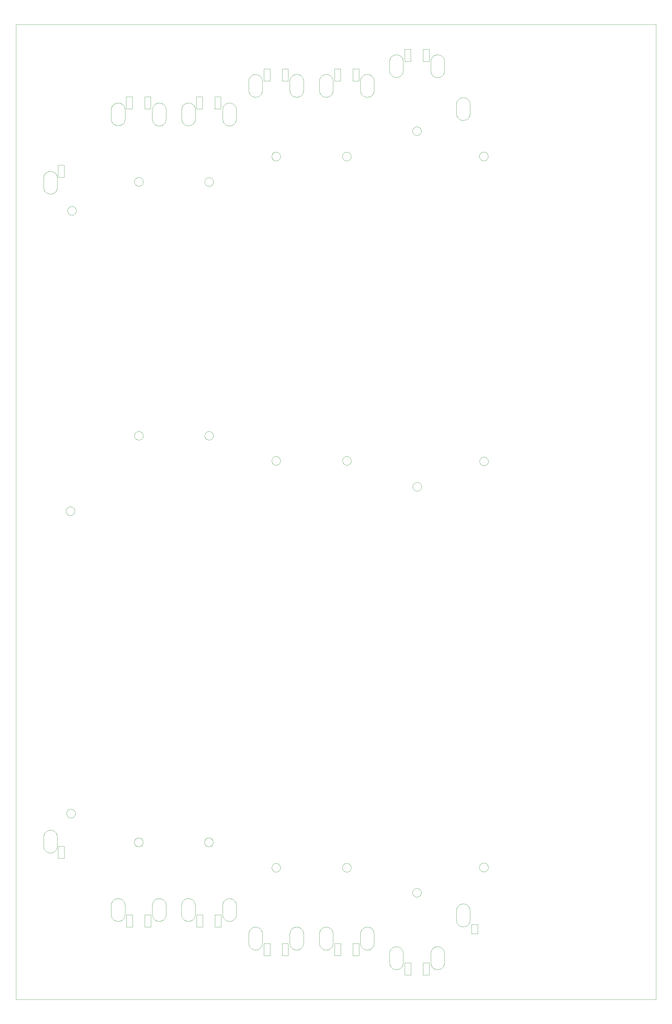
<source format=gbr>
G04 #@! TF.GenerationSoftware,KiCad,Pcbnew,(5.0.0-3-g5ebb6b6)*
G04 #@! TF.CreationDate,2019-02-23T00:38:08-08:00*
G04 #@! TF.ProjectId,PanelNoSeparation,50616E656C4E6F53657061726174696F,rev?*
G04 #@! TF.SameCoordinates,Original*
G04 #@! TF.FileFunction,Profile,NP*
%FSLAX45Y45*%
G04 Gerber Fmt 4.5, Leading zero omitted, Abs format (unit mm)*
G04 Created by KiCad (PCBNEW (5.0.0-3-g5ebb6b6)) date Saturday, February 23, 2019 at 12:38:08 AM*
%MOMM*%
%LPD*%
G01*
G04 APERTURE LIST*
%ADD10C,0.010000*%
G04 APERTURE END LIST*
D10*
X6303663Y-8564424D02*
X6271912Y-8518564D01*
X6261331Y-8462120D02*
X6271912Y-8405676D01*
X6508276Y-8564424D02*
X6462413Y-8596175D01*
X6349526Y-8596175D02*
X6303663Y-8564424D01*
X6462413Y-8596175D02*
X6405965Y-8606758D01*
X6540022Y-8518564D02*
X6508276Y-8564424D01*
X6462413Y-8328065D02*
X6508276Y-8359816D01*
X6271912Y-8405676D02*
X6303663Y-8359816D01*
X6349526Y-8328065D02*
X6405965Y-8317482D01*
X6271912Y-8518564D02*
X6261331Y-8462120D01*
X6540022Y-8405676D02*
X6550607Y-8462120D01*
X6405965Y-8606758D02*
X6349526Y-8596175D01*
X6550607Y-8462120D02*
X6540022Y-8518564D01*
X6508276Y-8359816D02*
X6540022Y-8405676D01*
X6303663Y-8359816D02*
X6349526Y-8328065D01*
X6405965Y-8317482D02*
X6462413Y-8328065D01*
X6411613Y-18451375D02*
X6355165Y-18461958D01*
X6457476Y-18419624D02*
X6411613Y-18451375D01*
X6489222Y-18373764D02*
X6457476Y-18419624D01*
X6499807Y-18317320D02*
X6489222Y-18373764D01*
X6489222Y-18260876D02*
X6499807Y-18317320D01*
X6457476Y-18215016D02*
X6489222Y-18260876D01*
X6411613Y-18183265D02*
X6457476Y-18215016D01*
X6355165Y-18172682D02*
X6411613Y-18183265D01*
X6298726Y-18183265D02*
X6355165Y-18172682D01*
X6252863Y-18215016D02*
X6298726Y-18183265D01*
X6221112Y-18260876D02*
X6252863Y-18215016D01*
X6210531Y-18317320D02*
X6221112Y-18260876D01*
X6221112Y-18373764D02*
X6210531Y-18317320D01*
X6252863Y-18419624D02*
X6221112Y-18373764D01*
X6298726Y-18451375D02*
X6252863Y-18419624D01*
X6355165Y-18461958D02*
X6298726Y-18451375D01*
X15224706Y-4199153D02*
X15027152Y-4199153D01*
X15827956Y-3800515D02*
X15827956Y-4199153D01*
X15626874Y-3800515D02*
X15827956Y-3800515D01*
X15626874Y-4199153D02*
X15626874Y-3800515D01*
X15827956Y-4199153D02*
X15626874Y-4199153D01*
X16325376Y-4506070D02*
X16314791Y-4576626D01*
X16325376Y-4206209D02*
X16325376Y-4506070D01*
X16314791Y-4135654D02*
X16325376Y-4206209D01*
X16283044Y-4072154D02*
X16314791Y-4135654D01*
X14681428Y-3991011D02*
X14751983Y-3980428D01*
X14617930Y-4022762D02*
X14681428Y-3991011D01*
X14568541Y-4072152D02*
X14617930Y-4022762D01*
X14536790Y-4135652D02*
X14568541Y-4072152D01*
X14526209Y-4206207D02*
X14536790Y-4135652D01*
X14526209Y-4506068D02*
X14526209Y-4206207D01*
X14536790Y-4576624D02*
X14526209Y-4506068D01*
X14568541Y-4640123D02*
X14536790Y-4576624D01*
X14617930Y-4689513D02*
X14568541Y-4640123D01*
X14681428Y-4721264D02*
X14617930Y-4689513D01*
X14751983Y-4731847D02*
X14681428Y-4721264D01*
X14822539Y-4721264D02*
X14751983Y-4731847D01*
X14886041Y-4689513D02*
X14822539Y-4721264D01*
X14935430Y-4640123D02*
X14886041Y-4689513D01*
X14967181Y-4576624D02*
X14935430Y-4640123D01*
X14977766Y-4506068D02*
X14967181Y-4576624D01*
X4574345Y-2347070D02*
X4574345Y-10482127D01*
X25575207Y-2347070D02*
X4574345Y-2347070D01*
X25575207Y-10482127D02*
X25575207Y-2347070D01*
X25575207Y-10880765D02*
X25575207Y-10482127D01*
X25575207Y-18151514D02*
X25575207Y-10880765D01*
X25575207Y-18550153D02*
X25575207Y-18151514D01*
X25575207Y-34347541D02*
X25575207Y-18550153D01*
X4574345Y-34347541D02*
X25575207Y-34347541D01*
X4574345Y-26214013D02*
X4574345Y-34347541D01*
X4571386Y-26214013D02*
X4574345Y-26214013D01*
X4571386Y-25815375D02*
X4571386Y-26214013D01*
X4574345Y-25815375D02*
X4571386Y-25815375D01*
X4574345Y-18550153D02*
X4574345Y-25815375D01*
X4574345Y-18151514D02*
X4574345Y-18550153D01*
X4574345Y-10880765D02*
X4574345Y-18151514D01*
X4574345Y-10482127D02*
X4574345Y-10880765D01*
X15369349Y-6545125D02*
X15425792Y-6534543D01*
X15323490Y-6576876D02*
X15369349Y-6545125D01*
X15291735Y-6622737D02*
X15323490Y-6576876D01*
X15281154Y-6679181D02*
X15291735Y-6622737D01*
X15291735Y-6735624D02*
X15281154Y-6679181D01*
X15323490Y-6781485D02*
X15291735Y-6735624D01*
X15369349Y-6813236D02*
X15323490Y-6781485D01*
X15425792Y-6823819D02*
X15369349Y-6813236D01*
X15482236Y-6813236D02*
X15425792Y-6823819D01*
X15528094Y-6781485D02*
X15482236Y-6813236D01*
X15559850Y-6735624D02*
X15528094Y-6781485D01*
X15570430Y-6679181D02*
X15559850Y-6735624D01*
X15559850Y-6622737D02*
X15570430Y-6679181D01*
X15528094Y-6576876D02*
X15559850Y-6622737D01*
X15482236Y-6545125D02*
X15528094Y-6576876D01*
X15425792Y-6534543D02*
X15482236Y-6545125D01*
X15224706Y-3800515D02*
X15224706Y-4199153D01*
X15027152Y-3800515D02*
X15224706Y-3800515D01*
X15027152Y-4199153D02*
X15027152Y-3800515D01*
X14977766Y-4206207D02*
X14977766Y-4506068D01*
X14967181Y-4135652D02*
X14977766Y-4206207D01*
X14935430Y-4072152D02*
X14967181Y-4135652D01*
X14886041Y-4022762D02*
X14935430Y-4072152D01*
X14822539Y-3991011D02*
X14886041Y-4022762D01*
X14751983Y-3980428D02*
X14822539Y-3991011D01*
X16233650Y-4022764D02*
X16283044Y-4072154D01*
X16170153Y-3991013D02*
X16233650Y-4022764D01*
X16099597Y-3980431D02*
X16170153Y-3991013D01*
X16029042Y-3991013D02*
X16099597Y-3980431D01*
X15965544Y-4022764D02*
X16029042Y-3991013D01*
X15916150Y-4072154D02*
X15965544Y-4022764D01*
X15884403Y-4135654D02*
X15916150Y-4072154D01*
X15873818Y-4206209D02*
X15884403Y-4135654D01*
X15873818Y-4506070D02*
X15873818Y-4206209D01*
X15884403Y-4576626D02*
X15873818Y-4506070D01*
X15916150Y-4640126D02*
X15884403Y-4576626D01*
X15965544Y-4689515D02*
X15916150Y-4640126D01*
X16029042Y-4721266D02*
X15965544Y-4689515D01*
X16099597Y-4731849D02*
X16029042Y-4721266D01*
X16170153Y-4721266D02*
X16099597Y-4731849D01*
X16233650Y-4689515D02*
X16170153Y-4721266D01*
X16283044Y-4640126D02*
X16233650Y-4689515D01*
X16314791Y-4576626D02*
X16283044Y-4640126D01*
X18406765Y-4089795D02*
X18336209Y-4079212D01*
X18477320Y-4079212D02*
X18406765Y-4089795D01*
X18540818Y-4047461D02*
X18477320Y-4079212D01*
X18590207Y-3998072D02*
X18540818Y-4047461D01*
X18621958Y-3934572D02*
X18590207Y-3998072D01*
X18632539Y-3864017D02*
X18621958Y-3934572D01*
X18632539Y-3564155D02*
X18632539Y-3864017D01*
X18621958Y-3493600D02*
X18632539Y-3564155D01*
X18590207Y-3430100D02*
X18621958Y-3493600D01*
X18540818Y-3380711D02*
X18590207Y-3430100D01*
X18477320Y-3348960D02*
X18540818Y-3380711D01*
X18406765Y-3338377D02*
X18477320Y-3348960D01*
X18336209Y-3348960D02*
X18406765Y-3338377D01*
X18272707Y-3380711D02*
X18336209Y-3348960D01*
X18223318Y-3430100D02*
X18272707Y-3380711D01*
X18191567Y-3493600D02*
X18223318Y-3430100D01*
X18180982Y-3564155D02*
X18191567Y-3493600D01*
X18180982Y-3864017D02*
X18180982Y-3564155D01*
X18191567Y-3934572D02*
X18180982Y-3864017D01*
X18223318Y-3998072D02*
X18191567Y-3934572D01*
X18272707Y-4047461D02*
X18223318Y-3998072D01*
X18336209Y-4079212D02*
X18272707Y-4047461D01*
X17055624Y-3334846D02*
X17126180Y-3345428D01*
X16985069Y-3345428D02*
X17055624Y-3334846D01*
X16921567Y-3377179D02*
X16985069Y-3345428D01*
X16872181Y-3426569D02*
X16921567Y-3377179D01*
X16840426Y-3490069D02*
X16872181Y-3426569D01*
X16829845Y-3560624D02*
X16840426Y-3490069D01*
X16829845Y-3860485D02*
X16829845Y-3560624D01*
X16840426Y-3931041D02*
X16829845Y-3860485D01*
X16872181Y-3994540D02*
X16840426Y-3931041D01*
X16921567Y-4043930D02*
X16872181Y-3994540D01*
X16985069Y-4075681D02*
X16921567Y-4043930D01*
X17055624Y-4086264D02*
X16985069Y-4075681D01*
X17126180Y-4075681D02*
X17055624Y-4086264D01*
X17189681Y-4043930D02*
X17126180Y-4075681D01*
X17239067Y-3994540D02*
X17189681Y-4043930D01*
X17270822Y-3931041D02*
X17239067Y-3994540D01*
X17281403Y-3860485D02*
X17270822Y-3931041D01*
X17281403Y-3560624D02*
X17281403Y-3860485D01*
X17270822Y-3490069D02*
X17281403Y-3560624D01*
X17239067Y-3426569D02*
X17270822Y-3490069D01*
X17189681Y-3377179D02*
X17239067Y-3426569D01*
X17126180Y-3345428D02*
X17189681Y-3377179D01*
X17930515Y-3557097D02*
X17930515Y-3158459D01*
X18131596Y-3557097D02*
X17930515Y-3557097D01*
X18131596Y-3158459D02*
X18131596Y-3557097D01*
X17930515Y-3158459D02*
X18131596Y-3158459D01*
X17330792Y-3158459D02*
X17528347Y-3158459D01*
X17330792Y-3557097D02*
X17330792Y-3158459D01*
X17531874Y-3557097D02*
X17330792Y-3557097D01*
X17531874Y-3507710D02*
X17531874Y-3557097D01*
X17528347Y-3507710D02*
X17531874Y-3507710D01*
X17528347Y-3158459D02*
X17528347Y-3507710D01*
X17785872Y-5977152D02*
X17729433Y-5987735D01*
X17831735Y-5945401D02*
X17785872Y-5977152D01*
X17863486Y-5899540D02*
X17831735Y-5945401D01*
X17874067Y-5843097D02*
X17863486Y-5899540D01*
X17863486Y-5786653D02*
X17874067Y-5843097D01*
X17831735Y-5740793D02*
X17863486Y-5786653D01*
X17785872Y-5709042D02*
X17831735Y-5740793D01*
X17729433Y-5698459D02*
X17785872Y-5709042D01*
X17672985Y-5709042D02*
X17729433Y-5698459D01*
X17627127Y-5740793D02*
X17672985Y-5709042D01*
X17595376Y-5786653D02*
X17627127Y-5740793D01*
X17584791Y-5843097D02*
X17595376Y-5786653D01*
X17595376Y-5899540D02*
X17584791Y-5843097D01*
X17627127Y-5945401D02*
X17595376Y-5899540D01*
X17672985Y-5977152D02*
X17627127Y-5945401D01*
X17729433Y-5987735D02*
X17672985Y-5977152D01*
X17055624Y-32608347D02*
X17126180Y-32618930D01*
X16985069Y-32618930D02*
X17055624Y-32608347D01*
X16921567Y-32650681D02*
X16985069Y-32618930D01*
X16872181Y-32700069D02*
X16921567Y-32650681D01*
X16840426Y-32763570D02*
X16872181Y-32700069D01*
X16829845Y-32834126D02*
X16840426Y-32763570D01*
X16829845Y-33133987D02*
X16829845Y-32834126D01*
X16840426Y-33204543D02*
X16829845Y-33133987D01*
X16872181Y-33268042D02*
X16840426Y-33204543D01*
X16921567Y-33317430D02*
X16872181Y-33268042D01*
X16985069Y-33349181D02*
X16921567Y-33317430D01*
X17055624Y-33359763D02*
X16985069Y-33349181D01*
X17126180Y-33349181D02*
X17055624Y-33359763D01*
X17189681Y-33317430D02*
X17126180Y-33349181D01*
X17239067Y-33268042D02*
X17189681Y-33317430D01*
X17270822Y-33204543D02*
X17239067Y-33268042D01*
X17281403Y-33133987D02*
X17270822Y-33204543D01*
X17281403Y-32834126D02*
X17281403Y-33133987D01*
X17270822Y-32763570D02*
X17281403Y-32834126D01*
X17239067Y-32700069D02*
X17270822Y-32763570D01*
X17189681Y-32650681D02*
X17239067Y-32700069D01*
X17126180Y-32618930D02*
X17189681Y-32650681D01*
X18406765Y-33359763D02*
X18336209Y-33349181D01*
X18477320Y-33349181D02*
X18406765Y-33359763D01*
X18540818Y-33317430D02*
X18477320Y-33349181D01*
X18590207Y-33268042D02*
X18540818Y-33317430D01*
X18621958Y-33204543D02*
X18590207Y-33268042D01*
X18632539Y-33133987D02*
X18621958Y-33204543D01*
X18632539Y-32834126D02*
X18632539Y-33133987D01*
X18621958Y-32763570D02*
X18632539Y-32834126D01*
X18590207Y-32700069D02*
X18621958Y-32763570D01*
X18540818Y-32650681D02*
X18590207Y-32700069D01*
X18477320Y-32618930D02*
X18540818Y-32650681D01*
X18406765Y-32608347D02*
X18477320Y-32618930D01*
X18336209Y-32618930D02*
X18406765Y-32608347D01*
X18272707Y-32650681D02*
X18336209Y-32618930D01*
X18223318Y-32700069D02*
X18272707Y-32650681D01*
X18191567Y-32763570D02*
X18223318Y-32700069D01*
X18180982Y-32834126D02*
X18191567Y-32763570D01*
X18180982Y-33133987D02*
X18180982Y-32834126D01*
X18191567Y-33204543D02*
X18180982Y-33133987D01*
X18223318Y-33268042D02*
X18191567Y-33204543D01*
X18272707Y-33317430D02*
X18223318Y-33268042D01*
X18336209Y-33349181D02*
X18272707Y-33317430D01*
X17531874Y-33141041D02*
X17531874Y-33539681D01*
X17330792Y-33141041D02*
X17531874Y-33141041D01*
X17330792Y-33539681D02*
X17330792Y-33141041D01*
X17531874Y-33539681D02*
X17330792Y-33539681D01*
X18131596Y-33539681D02*
X17934046Y-33539681D01*
X18131596Y-33141041D02*
X18131596Y-33539681D01*
X17930515Y-33141041D02*
X18131596Y-33141041D01*
X17930515Y-33186904D02*
X17930515Y-33141041D01*
X17934046Y-33186904D02*
X17930515Y-33186904D01*
X17934046Y-33539681D02*
X17934046Y-33186904D01*
X17672985Y-30706874D02*
X17729433Y-30696291D01*
X17627127Y-30738625D02*
X17672985Y-30706874D01*
X17595376Y-30784486D02*
X17627127Y-30738625D01*
X17584791Y-30840931D02*
X17595376Y-30784486D01*
X17595376Y-30897375D02*
X17584791Y-30840931D01*
X17627127Y-30943236D02*
X17595376Y-30897375D01*
X17672985Y-30974987D02*
X17627127Y-30943236D01*
X17729433Y-30985569D02*
X17672985Y-30974987D01*
X17785872Y-30974987D02*
X17729433Y-30985569D01*
X17831735Y-30943236D02*
X17785872Y-30974987D01*
X17863486Y-30897375D02*
X17831735Y-30943236D01*
X17874067Y-30840931D02*
X17863486Y-30897375D01*
X17863486Y-30784486D02*
X17874067Y-30840931D01*
X17831735Y-30738625D02*
X17863486Y-30784486D01*
X17785872Y-30706874D02*
X17831735Y-30738625D01*
X17729433Y-30696291D02*
X17785872Y-30706874D01*
X14751983Y-31966291D02*
X14822539Y-31976874D01*
X14681428Y-31976874D02*
X14751983Y-31966291D01*
X14617930Y-32008625D02*
X14681428Y-31976874D01*
X14568541Y-32058013D02*
X14617930Y-32008625D01*
X14536790Y-32121514D02*
X14568541Y-32058013D01*
X14526209Y-32192070D02*
X14536790Y-32121514D01*
X14526209Y-32491931D02*
X14526209Y-32192070D01*
X14536790Y-32562487D02*
X14526209Y-32491931D01*
X14568541Y-32625986D02*
X14536790Y-32562487D01*
X14617930Y-32675374D02*
X14568541Y-32625986D01*
X14681428Y-32707125D02*
X14617930Y-32675374D01*
X14751983Y-32717708D02*
X14681428Y-32707125D01*
X14822539Y-32707125D02*
X14751983Y-32717708D01*
X14886041Y-32675374D02*
X14822539Y-32707125D01*
X14935430Y-32625986D02*
X14886041Y-32675374D01*
X14967181Y-32562487D02*
X14935430Y-32625986D01*
X14977766Y-32491931D02*
X14967181Y-32562487D01*
X14977766Y-32192070D02*
X14977766Y-32491931D01*
X14967181Y-32121514D02*
X14977766Y-32192070D01*
X14935430Y-32058013D02*
X14967181Y-32121514D01*
X14886041Y-32008625D02*
X14935430Y-32058013D01*
X14822539Y-31976874D02*
X14886041Y-32008625D01*
X16099597Y-32717708D02*
X16029042Y-32707125D01*
X16170153Y-32707125D02*
X16099597Y-32717708D01*
X16233650Y-32675374D02*
X16170153Y-32707125D01*
X16283044Y-32625986D02*
X16233650Y-32675374D01*
X16314791Y-32562487D02*
X16283044Y-32625986D01*
X16325376Y-32491931D02*
X16314791Y-32562487D01*
X16325376Y-32192070D02*
X16325376Y-32491931D01*
X16314791Y-32121514D02*
X16325376Y-32192070D01*
X16283044Y-32058013D02*
X16314791Y-32121514D01*
X16233650Y-32008625D02*
X16283044Y-32058013D01*
X16170153Y-31976874D02*
X16233650Y-32008625D01*
X16099597Y-31966291D02*
X16170153Y-31976874D01*
X16029042Y-31976874D02*
X16099597Y-31966291D01*
X15965544Y-32008625D02*
X16029042Y-31976874D01*
X15916150Y-32058013D02*
X15965544Y-32008625D01*
X15884403Y-32121514D02*
X15916150Y-32058013D01*
X15873818Y-32192070D02*
X15884403Y-32121514D01*
X15873818Y-32491931D02*
X15873818Y-32192070D01*
X15884403Y-32562487D02*
X15873818Y-32491931D01*
X15916150Y-32625986D02*
X15884403Y-32562487D01*
X15965544Y-32675374D02*
X15916150Y-32625986D01*
X16029042Y-32707125D02*
X15965544Y-32675374D01*
X15027152Y-32506041D02*
X15228233Y-32506041D01*
X15027152Y-32904681D02*
X15027152Y-32506041D01*
X15228233Y-32904681D02*
X15027152Y-32904681D01*
X15228233Y-32506041D02*
X15228233Y-32904681D01*
X15827956Y-32904681D02*
X15626874Y-32904681D01*
X15827956Y-32506041D02*
X15827956Y-32904681D01*
X15626874Y-32506041D02*
X15827956Y-32506041D01*
X15626874Y-32904681D02*
X15626874Y-32506041D01*
X15369349Y-29881375D02*
X15425792Y-29870793D01*
X15323490Y-29913124D02*
X15369349Y-29881375D01*
X15291735Y-29958985D02*
X15323490Y-29913124D01*
X15281154Y-30015431D02*
X15291735Y-29958985D01*
X15291735Y-30071874D02*
X15281154Y-30015431D01*
X15323490Y-30117735D02*
X15291735Y-30071874D01*
X15369349Y-30149486D02*
X15323490Y-30117735D01*
X15425792Y-30160069D02*
X15369349Y-30149486D01*
X15482236Y-30149486D02*
X15425792Y-30160069D01*
X15528094Y-30117735D02*
X15482236Y-30149486D01*
X15559850Y-30071874D02*
X15528094Y-30117735D01*
X15570430Y-30015431D02*
X15559850Y-30071874D01*
X15559850Y-29958985D02*
X15570430Y-30015431D01*
X15528094Y-29913124D02*
X15559850Y-29958985D01*
X15482236Y-29881375D02*
X15528094Y-29913124D01*
X15425792Y-29870793D02*
X15482236Y-29881375D01*
X12430704Y-31966291D02*
X12501259Y-31976874D01*
X12360148Y-31976874D02*
X12430704Y-31966291D01*
X12296651Y-32008625D02*
X12360148Y-31976874D01*
X12247261Y-32058013D02*
X12296651Y-32008625D01*
X12215515Y-32121514D02*
X12247261Y-32058013D01*
X12204930Y-32192070D02*
X12215515Y-32121514D01*
X12204930Y-32491931D02*
X12204930Y-32192070D01*
X12215515Y-32562487D02*
X12204930Y-32491931D01*
X12247261Y-32625986D02*
X12215515Y-32562487D01*
X12296651Y-32675374D02*
X12247261Y-32625986D01*
X12360148Y-32707125D02*
X12296651Y-32675374D01*
X12430704Y-32717708D02*
X12360148Y-32707125D01*
X12501259Y-32707125D02*
X12430704Y-32717708D01*
X12564761Y-32675374D02*
X12501259Y-32707125D01*
X12614151Y-32625986D02*
X12564761Y-32675374D01*
X12645902Y-32562487D02*
X12614151Y-32625986D01*
X12656482Y-32491931D02*
X12645902Y-32562487D01*
X12656482Y-32192070D02*
X12656482Y-32491931D01*
X12645902Y-32121514D02*
X12656482Y-32192070D01*
X12614151Y-32058013D02*
X12645902Y-32121514D01*
X12564761Y-32008625D02*
X12614151Y-32058013D01*
X12501259Y-31976874D02*
X12564761Y-32008625D01*
X13781844Y-32717708D02*
X13711289Y-32707125D01*
X13852400Y-32707125D02*
X13781844Y-32717708D01*
X13915902Y-32675374D02*
X13852400Y-32707125D01*
X13965287Y-32625986D02*
X13915902Y-32675374D01*
X13997042Y-32562487D02*
X13965287Y-32625986D01*
X14007623Y-32491931D02*
X13997042Y-32562487D01*
X14007623Y-32192070D02*
X14007623Y-32491931D01*
X13997042Y-32121514D02*
X14007623Y-32192070D01*
X13965287Y-32058013D02*
X13997042Y-32121514D01*
X13915902Y-32008625D02*
X13965287Y-32058013D01*
X13852400Y-31976874D02*
X13915902Y-32008625D01*
X13781844Y-31966291D02*
X13852400Y-31976874D01*
X13711289Y-31976874D02*
X13781844Y-31966291D01*
X13647792Y-32008625D02*
X13711289Y-31976874D01*
X13598402Y-32058013D02*
X13647792Y-32008625D01*
X13566655Y-32121514D02*
X13598402Y-32058013D01*
X13556070Y-32192070D02*
X13566655Y-32121514D01*
X13556070Y-32491931D02*
X13556070Y-32192070D01*
X13566655Y-32562487D02*
X13556070Y-32491931D01*
X13598402Y-32625986D02*
X13566655Y-32562487D01*
X13647792Y-32675374D02*
X13598402Y-32625986D01*
X13711289Y-32707125D02*
X13647792Y-32675374D01*
X12906958Y-32506041D02*
X12906958Y-32904681D01*
X12705872Y-32506041D02*
X12906958Y-32506041D01*
X12705872Y-32904681D02*
X12705872Y-32506041D01*
X12906958Y-32904681D02*
X12705872Y-32904681D01*
X13506676Y-32904681D02*
X13309126Y-32904681D01*
X13506676Y-32506041D02*
X13506676Y-32904681D01*
X13309126Y-32506041D02*
X13506676Y-32506041D01*
X13309126Y-32904681D02*
X13309126Y-32506041D01*
X13051596Y-29881375D02*
X13108040Y-29870793D01*
X13005733Y-29913124D02*
X13051596Y-29881375D01*
X12973987Y-29958985D02*
X13005733Y-29913124D01*
X12963402Y-30015431D02*
X12973987Y-29958985D01*
X12973987Y-30071874D02*
X12963402Y-30015431D01*
X13005733Y-30117735D02*
X12973987Y-30071874D01*
X13051596Y-30149486D02*
X13005733Y-30117735D01*
X13108040Y-30160069D02*
X13051596Y-30149486D01*
X13164483Y-30149486D02*
X13108040Y-30160069D01*
X13210346Y-30117735D02*
X13164483Y-30149486D01*
X13242093Y-30071874D02*
X13210346Y-30117735D01*
X13252678Y-30015431D02*
X13242093Y-30071874D01*
X13242093Y-29958985D02*
X13252678Y-30015431D01*
X13210346Y-29913124D02*
X13242093Y-29958985D01*
X13164483Y-29881375D02*
X13210346Y-29913124D01*
X13108040Y-29870793D02*
X13164483Y-29881375D01*
X10225843Y-31027903D02*
X10296398Y-31038486D01*
X10155287Y-31038486D02*
X10225843Y-31027903D01*
X10091790Y-31070237D02*
X10155287Y-31038486D01*
X10042400Y-31119625D02*
X10091790Y-31070237D01*
X10010654Y-31183124D02*
X10042400Y-31119625D01*
X10000069Y-31253680D02*
X10010654Y-31183124D01*
X10000069Y-31553541D02*
X10000069Y-31253680D01*
X10010654Y-31624096D02*
X10000069Y-31553541D01*
X10042400Y-31687598D02*
X10010654Y-31624096D01*
X10091790Y-31736986D02*
X10042400Y-31687598D01*
X10155287Y-31768737D02*
X10091790Y-31736986D01*
X10225843Y-31779319D02*
X10155287Y-31768737D01*
X10296398Y-31768737D02*
X10225843Y-31779319D01*
X10359900Y-31736986D02*
X10296398Y-31768737D01*
X10409290Y-31687598D02*
X10359900Y-31736986D01*
X10441041Y-31624096D02*
X10409290Y-31687598D01*
X10451621Y-31553541D02*
X10441041Y-31624096D01*
X10451621Y-31253680D02*
X10451621Y-31553541D01*
X10441041Y-31183124D02*
X10451621Y-31253680D01*
X10409290Y-31119625D02*
X10441041Y-31183124D01*
X10359900Y-31070237D02*
X10409290Y-31119625D01*
X10296398Y-31038486D02*
X10359900Y-31070237D01*
X11576983Y-31779319D02*
X11506428Y-31768737D01*
X11647539Y-31768737D02*
X11576983Y-31779319D01*
X11711041Y-31736986D02*
X11647539Y-31768737D01*
X11760426Y-31687598D02*
X11711041Y-31736986D01*
X11792181Y-31624096D02*
X11760426Y-31687598D01*
X11802762Y-31553541D02*
X11792181Y-31624096D01*
X11802762Y-31253680D02*
X11802762Y-31553541D01*
X11792181Y-31183124D02*
X11802762Y-31253680D01*
X11760426Y-31119625D02*
X11792181Y-31183124D01*
X11711041Y-31070237D02*
X11760426Y-31119625D01*
X11647539Y-31038486D02*
X11711041Y-31070237D01*
X11576983Y-31027903D02*
X11647539Y-31038486D01*
X11506428Y-31038486D02*
X11576983Y-31027903D01*
X11442930Y-31070237D02*
X11506428Y-31038486D01*
X11393541Y-31119625D02*
X11442930Y-31070237D01*
X11361794Y-31183124D02*
X11393541Y-31119625D01*
X11351209Y-31253680D02*
X11361794Y-31183124D01*
X11351209Y-31553541D02*
X11351209Y-31253680D01*
X11361794Y-31624096D02*
X11351209Y-31553541D01*
X11393541Y-31687598D02*
X11361794Y-31624096D01*
X11442930Y-31736986D02*
X11393541Y-31687598D01*
X11506428Y-31768737D02*
X11442930Y-31736986D01*
X10702097Y-31592348D02*
X10702097Y-31966291D01*
X10702097Y-31567653D02*
X10702097Y-31592348D01*
X10501011Y-31567653D02*
X10702097Y-31567653D01*
X10501011Y-31966291D02*
X10501011Y-31567653D01*
X10702097Y-31966291D02*
X10501011Y-31966291D01*
X11301815Y-31966291D02*
X11100733Y-31966291D01*
X11301815Y-31567653D02*
X11301815Y-31966291D01*
X11100733Y-31567653D02*
X11301815Y-31567653D01*
X11100733Y-31592348D02*
X11100733Y-31567653D01*
X11100733Y-31592348D02*
X11100733Y-31592348D01*
X11100733Y-31966291D02*
X11100733Y-31592348D01*
X10843204Y-29048819D02*
X10899652Y-29038236D01*
X10797345Y-29080569D02*
X10843204Y-29048819D01*
X10765595Y-29126430D02*
X10797345Y-29080569D01*
X10755014Y-29182874D02*
X10765595Y-29126430D01*
X10765595Y-29239319D02*
X10755014Y-29182874D01*
X10797345Y-29285180D02*
X10765595Y-29239319D01*
X10843204Y-29316929D02*
X10797345Y-29285180D01*
X10899652Y-29327512D02*
X10843204Y-29316929D01*
X10956095Y-29316929D02*
X10899652Y-29327512D01*
X11001954Y-29285180D02*
X10956095Y-29316929D01*
X11033709Y-29239319D02*
X11001954Y-29285180D01*
X11044290Y-29182874D02*
X11033709Y-29239319D01*
X11033709Y-29126430D02*
X11044290Y-29182874D01*
X11001954Y-29080569D02*
X11033709Y-29126430D01*
X10956095Y-29048819D02*
X11001954Y-29080569D01*
X10899652Y-29038236D02*
X10956095Y-29048819D01*
X7922206Y-31027903D02*
X7992762Y-31038486D01*
X7851651Y-31038486D02*
X7922206Y-31027903D01*
X7788153Y-31070237D02*
X7851651Y-31038486D01*
X7738764Y-31119625D02*
X7788153Y-31070237D01*
X7707013Y-31183124D02*
X7738764Y-31119625D01*
X7696428Y-31253680D02*
X7707013Y-31183124D01*
X7696428Y-31553541D02*
X7696428Y-31253680D01*
X7707013Y-31624096D02*
X7696428Y-31553541D01*
X7738764Y-31687598D02*
X7707013Y-31624096D01*
X7788153Y-31736986D02*
X7738764Y-31687598D01*
X7851651Y-31768737D02*
X7788153Y-31736986D01*
X7922206Y-31779319D02*
X7851651Y-31768737D01*
X7992762Y-31768737D02*
X7922206Y-31779319D01*
X8056259Y-31736986D02*
X7992762Y-31768737D01*
X8105653Y-31687598D02*
X8056259Y-31736986D01*
X8137400Y-31624096D02*
X8105653Y-31687598D01*
X8147985Y-31553541D02*
X8137400Y-31624096D01*
X8147985Y-31253680D02*
X8147985Y-31553541D01*
X8137400Y-31183124D02*
X8147985Y-31253680D01*
X8105653Y-31119625D02*
X8137400Y-31183124D01*
X8056259Y-31070237D02*
X8105653Y-31119625D01*
X7992762Y-31038486D02*
X8056259Y-31070237D01*
X9269820Y-31779319D02*
X9199265Y-31768737D01*
X9340376Y-31768737D02*
X9269820Y-31779319D01*
X9403873Y-31736986D02*
X9340376Y-31768737D01*
X9453263Y-31687598D02*
X9403873Y-31736986D01*
X9485010Y-31624096D02*
X9453263Y-31687598D01*
X9495595Y-31553541D02*
X9485010Y-31624096D01*
X9495595Y-31253680D02*
X9495595Y-31553541D01*
X9485010Y-31183124D02*
X9495595Y-31253680D01*
X9453263Y-31119625D02*
X9485010Y-31183124D01*
X9403873Y-31070237D02*
X9453263Y-31119625D01*
X9340376Y-31038486D02*
X9403873Y-31070237D01*
X9269820Y-31027903D02*
X9340376Y-31038486D01*
X9199265Y-31038486D02*
X9269820Y-31027903D01*
X9135763Y-31070237D02*
X9199265Y-31038486D01*
X9086373Y-31119625D02*
X9135763Y-31070237D01*
X9054622Y-31183124D02*
X9086373Y-31119625D01*
X9044042Y-31253680D02*
X9054622Y-31183124D01*
X9044042Y-31553541D02*
X9044042Y-31253680D01*
X9054622Y-31624096D02*
X9044042Y-31553541D01*
X9086373Y-31687598D02*
X9054622Y-31624096D01*
X9135763Y-31736986D02*
X9086373Y-31687598D01*
X9199265Y-31768737D02*
X9135763Y-31736986D01*
X8197371Y-31567653D02*
X8394930Y-31567653D01*
X8197371Y-31966291D02*
X8197371Y-31567653D01*
X8394930Y-31966291D02*
X8197371Y-31966291D01*
X8394930Y-31567653D02*
X8394930Y-31966291D01*
X8998179Y-31966291D02*
X8797097Y-31966291D01*
X8998179Y-31567653D02*
X8998179Y-31966291D01*
X8797097Y-31567653D02*
X8998179Y-31567653D01*
X8797097Y-31966291D02*
X8797097Y-31567653D01*
X8539568Y-29048819D02*
X8596011Y-29038236D01*
X8493709Y-29080569D02*
X8539568Y-29048819D01*
X8461954Y-29126430D02*
X8493709Y-29080569D01*
X8451373Y-29182874D02*
X8461954Y-29126430D01*
X8461954Y-29239319D02*
X8451373Y-29182874D01*
X8493709Y-29285180D02*
X8461954Y-29239319D01*
X8539568Y-29316929D02*
X8493709Y-29285180D01*
X8596011Y-29327512D02*
X8539568Y-29316929D01*
X8652459Y-29316929D02*
X8596011Y-29327512D01*
X8698318Y-29285180D02*
X8652459Y-29316929D01*
X8730069Y-29239319D02*
X8698318Y-29285180D01*
X8740649Y-29182874D02*
X8730069Y-29239319D01*
X8730069Y-29126430D02*
X8740649Y-29182874D01*
X8698318Y-29080569D02*
X8730069Y-29126430D01*
X8652459Y-29048819D02*
X8698318Y-29080569D01*
X8596011Y-29038236D02*
X8652459Y-29048819D01*
X5925485Y-29309875D02*
X5914900Y-29380431D01*
X5925485Y-29010014D02*
X5925485Y-29309875D01*
X5914900Y-28939458D02*
X5925485Y-29010014D01*
X5883153Y-28875959D02*
X5914900Y-28939458D01*
X5833759Y-28826569D02*
X5883153Y-28875959D01*
X5770262Y-28794820D02*
X5833759Y-28826569D01*
X5699706Y-28784237D02*
X5770262Y-28794820D01*
X5629151Y-28794820D02*
X5699706Y-28784237D01*
X5565654Y-28826569D02*
X5629151Y-28794820D01*
X5516264Y-28875959D02*
X5565654Y-28826569D01*
X5484513Y-28939458D02*
X5516264Y-28875959D01*
X5473928Y-29010014D02*
X5484513Y-28939458D01*
X5473928Y-29309875D02*
X5473928Y-29010014D01*
X5484513Y-29380431D02*
X5473928Y-29309875D01*
X5516264Y-29443930D02*
X5484513Y-29380431D01*
X5565654Y-29493318D02*
X5516264Y-29443930D01*
X5629151Y-29525069D02*
X5565654Y-29493318D01*
X5699706Y-29535652D02*
X5629151Y-29525069D01*
X5770262Y-29525069D02*
X5699706Y-29535652D01*
X5833759Y-29493318D02*
X5770262Y-29525069D01*
X5883153Y-29443930D02*
X5833759Y-29493318D01*
X5914900Y-29380431D02*
X5883153Y-29443930D01*
X6154791Y-29313402D02*
X6154791Y-29712040D01*
X5953709Y-29313402D02*
X6154791Y-29313402D01*
X5953709Y-29712040D02*
X5953709Y-29313402D01*
X6154791Y-29712040D02*
X5953709Y-29712040D01*
X6317068Y-28103375D02*
X6373511Y-28092792D01*
X6271209Y-28135125D02*
X6317068Y-28103375D01*
X6239454Y-28180986D02*
X6271209Y-28135125D01*
X6228873Y-28237430D02*
X6239454Y-28180986D01*
X6239454Y-28293875D02*
X6228873Y-28237430D01*
X6271209Y-28339736D02*
X6239454Y-28293875D01*
X6317068Y-28371485D02*
X6271209Y-28339736D01*
X6373511Y-28382068D02*
X6317068Y-28371485D01*
X6429959Y-28371485D02*
X6373511Y-28382068D01*
X6475818Y-28339736D02*
X6429959Y-28371485D01*
X6507568Y-28293875D02*
X6475818Y-28339736D01*
X6518149Y-28237430D02*
X6507568Y-28293875D01*
X6507568Y-28180986D02*
X6518149Y-28237430D01*
X6475818Y-28135125D02*
X6507568Y-28180986D01*
X6429959Y-28103375D02*
X6475818Y-28135125D01*
X6373511Y-28092792D02*
X6429959Y-28103375D01*
X13781844Y-4731849D02*
X13711289Y-4721266D01*
X13852400Y-4721266D02*
X13781844Y-4731849D01*
X19472152Y-31729930D02*
X19461567Y-31800485D01*
X19472152Y-31430069D02*
X19472152Y-31729930D01*
X19461567Y-31359513D02*
X19472152Y-31430069D01*
X19429820Y-31296013D02*
X19461567Y-31359513D01*
X19380426Y-31246626D02*
X19429820Y-31296013D01*
X19316929Y-31214875D02*
X19380426Y-31246626D01*
X19246373Y-31204292D02*
X19316929Y-31214875D01*
X19175818Y-31214875D02*
X19246373Y-31204292D01*
X19112320Y-31246626D02*
X19175818Y-31214875D01*
X19062926Y-31296013D02*
X19112320Y-31246626D01*
X5699711Y-7162487D02*
X5770266Y-7173069D01*
X5629155Y-7173069D02*
X5699711Y-7162487D01*
X5565654Y-7204820D02*
X5629155Y-7173069D01*
X5516264Y-7254210D02*
X5565654Y-7204820D01*
X5484513Y-7317710D02*
X5516264Y-7254210D01*
X5473932Y-7388265D02*
X5484513Y-7317710D01*
X5473932Y-7688126D02*
X5473932Y-7388265D01*
X5484513Y-7758682D02*
X5473932Y-7688126D01*
X5516264Y-7822181D02*
X5484513Y-7758682D01*
X5565654Y-7871571D02*
X5516264Y-7822181D01*
X5629155Y-7903322D02*
X5565654Y-7871571D01*
X5699711Y-7913905D02*
X5629155Y-7903322D01*
X5770266Y-7903322D02*
X5699711Y-7913905D01*
X5833764Y-7871571D02*
X5770266Y-7903322D01*
X5883153Y-7822181D02*
X5833764Y-7871571D01*
X5914900Y-7758682D02*
X5883153Y-7822181D01*
X5925485Y-7688126D02*
X5914900Y-7758682D01*
X5925485Y-7388265D02*
X5925485Y-7688126D01*
X5914900Y-7317710D02*
X5925485Y-7388265D01*
X5883153Y-7254210D02*
X5914900Y-7317710D01*
X5833764Y-7204820D02*
X5883153Y-7254210D01*
X5770266Y-7173069D02*
X5833764Y-7204820D01*
X8186790Y-4721264D02*
X8387876Y-4721264D01*
X8186790Y-5119902D02*
X8186790Y-4721264D01*
X8387876Y-5119902D02*
X8186790Y-5119902D01*
X8387876Y-4721264D02*
X8387876Y-5119902D01*
X8987598Y-5119902D02*
X8793570Y-5119902D01*
X8987598Y-4721264D02*
X8987598Y-5119902D01*
X8793570Y-4721264D02*
X8987598Y-4721264D01*
X8793570Y-5119902D02*
X8793570Y-4721264D01*
X8659513Y-7642263D02*
X8603065Y-7652846D01*
X8705376Y-7610513D02*
X8659513Y-7642263D01*
X8737122Y-7564652D02*
X8705376Y-7610513D01*
X8747707Y-7508208D02*
X8737122Y-7564652D01*
X8737122Y-7451765D02*
X8747707Y-7508208D01*
X8705376Y-7405904D02*
X8737122Y-7451765D01*
X8659513Y-7374153D02*
X8705376Y-7405904D01*
X8603065Y-7363570D02*
X8659513Y-7374153D01*
X8546626Y-7374153D02*
X8603065Y-7363570D01*
X8500763Y-7405904D02*
X8546626Y-7374153D01*
X8469012Y-7451765D02*
X8500763Y-7405904D01*
X8458431Y-7508208D02*
X8469012Y-7451765D01*
X8469012Y-7564652D02*
X8458431Y-7508208D01*
X8500763Y-7610513D02*
X8469012Y-7564652D01*
X8546626Y-7642263D02*
X8500763Y-7610513D01*
X8603065Y-7652846D02*
X8546626Y-7642263D01*
X19175818Y-31945125D02*
X19112320Y-31913375D01*
X19246373Y-31955708D02*
X19175818Y-31945125D01*
X19031180Y-31359513D02*
X19062926Y-31296013D01*
X19020595Y-31430069D02*
X19031180Y-31359513D01*
X19020595Y-31729930D02*
X19020595Y-31430069D01*
X19031180Y-31800485D02*
X19020595Y-31729930D01*
X19062926Y-31863987D02*
X19031180Y-31800485D01*
X19112320Y-31913375D02*
X19062926Y-31863987D01*
X10363431Y-5627903D02*
X10299930Y-5659654D01*
X10412817Y-5578514D02*
X10363431Y-5627903D01*
X10444568Y-5515014D02*
X10412817Y-5578514D01*
X10455148Y-5444458D02*
X10444568Y-5515014D01*
X10455148Y-5144597D02*
X10455148Y-5444458D01*
X10444568Y-5074042D02*
X10455148Y-5144597D01*
X10412817Y-5010542D02*
X10444568Y-5074042D01*
X10363431Y-4961152D02*
X10412817Y-5010542D01*
X10299930Y-4929402D02*
X10363431Y-4961152D01*
X9269820Y-5673766D02*
X9199265Y-5663183D01*
X9340376Y-5663183D02*
X9269820Y-5673766D01*
X9403873Y-5631432D02*
X9340376Y-5663183D01*
X9453263Y-5582043D02*
X9403873Y-5631432D01*
X9485010Y-5518543D02*
X9453263Y-5582043D01*
X9495595Y-5447988D02*
X9485010Y-5518543D01*
X19983680Y-30145959D02*
X19927232Y-30156542D01*
X20029538Y-30114208D02*
X19983680Y-30145959D01*
X20061289Y-30068347D02*
X20029538Y-30114208D01*
X20071874Y-30011904D02*
X20061289Y-30068347D01*
X20068343Y-29990736D02*
X20071874Y-30011904D01*
X20064820Y-29969570D02*
X20068343Y-29990736D01*
X20057762Y-29948402D02*
X20064820Y-29969570D01*
X20047181Y-29930763D02*
X20057762Y-29948402D01*
X20022484Y-29902541D02*
X20047181Y-29930763D01*
X19994265Y-29881375D02*
X20022484Y-29902541D01*
X19958987Y-29867263D02*
X19994265Y-29881375D01*
X19920178Y-29863737D02*
X19958987Y-29867263D01*
X19863739Y-29874319D02*
X19920178Y-29863737D01*
X19817876Y-29906068D02*
X19863739Y-29874319D01*
X19786125Y-29951929D02*
X19817876Y-29906068D01*
X19775544Y-30008375D02*
X19786125Y-29951929D01*
X19779067Y-30029540D02*
X19775544Y-30008375D01*
X19782598Y-30050708D02*
X19779067Y-30029540D01*
X19789652Y-30071874D02*
X19782598Y-30050708D01*
X19800237Y-30089513D02*
X19789652Y-30071874D01*
X19824930Y-30117735D02*
X19800237Y-30089513D01*
X19853154Y-30138903D02*
X19824930Y-30117735D01*
X19888431Y-30153013D02*
X19853154Y-30138903D01*
X19927232Y-30156542D02*
X19888431Y-30153013D01*
X19316929Y-31945125D02*
X19246373Y-31955708D01*
X19380426Y-31913375D02*
X19316929Y-31945125D01*
X19429820Y-31863987D02*
X19380426Y-31913375D01*
X19461567Y-31800485D02*
X19429820Y-31863987D01*
X7922206Y-4918819D02*
X7992762Y-4929402D01*
X7851651Y-4929402D02*
X7922206Y-4918819D01*
X7788153Y-4961152D02*
X7851651Y-4929402D01*
X7738764Y-5010542D02*
X7788153Y-4961152D01*
X7707013Y-5074042D02*
X7738764Y-5010542D01*
X7696428Y-5144597D02*
X7707013Y-5074042D01*
X7696428Y-5444458D02*
X7696428Y-5144597D01*
X7707013Y-5515014D02*
X7696428Y-5444458D01*
X7738764Y-5578514D02*
X7707013Y-5515014D01*
X7788153Y-5627903D02*
X7738764Y-5578514D01*
X7851651Y-5659654D02*
X7788153Y-5627903D01*
X7922206Y-5670237D02*
X7851651Y-5659654D01*
X7992762Y-5659654D02*
X7922206Y-5670237D01*
X8056259Y-5627903D02*
X7992762Y-5659654D01*
X8105653Y-5578514D02*
X8056259Y-5627903D01*
X8137400Y-5515014D02*
X8105653Y-5578514D01*
X8147985Y-5444458D02*
X8137400Y-5515014D01*
X8147985Y-5144597D02*
X8147985Y-5444458D01*
X8137400Y-5074042D02*
X8147985Y-5144597D01*
X8105653Y-5010542D02*
X8137400Y-5074042D01*
X8056259Y-4961152D02*
X8105653Y-5010542D01*
X7992762Y-4929402D02*
X8056259Y-4961152D01*
X13915902Y-4689515D02*
X13852400Y-4721266D01*
X13965287Y-4640126D02*
X13915902Y-4689515D01*
X13997042Y-4576626D02*
X13965287Y-4640126D01*
X14007623Y-4506070D02*
X13997042Y-4576626D01*
X14007623Y-4206209D02*
X14007623Y-4506070D01*
X19521537Y-32181487D02*
X19521537Y-31881626D01*
X19722623Y-32181487D02*
X19521537Y-32181487D01*
X19722623Y-31881626D02*
X19722623Y-32181487D01*
X19521537Y-31881626D02*
X19722623Y-31881626D01*
X19976626Y-6806180D02*
X19920178Y-6816763D01*
X20022484Y-6774429D02*
X19976626Y-6806180D01*
X20054235Y-6728568D02*
X20022484Y-6774429D01*
X20064820Y-6672125D02*
X20054235Y-6728568D01*
X20054235Y-6615681D02*
X20064820Y-6672125D01*
X20022484Y-6569820D02*
X20054235Y-6615681D01*
X19976626Y-6538069D02*
X20022484Y-6569820D01*
X19920178Y-6527487D02*
X19976626Y-6538069D01*
X19863739Y-6538069D02*
X19920178Y-6527487D01*
X19817876Y-6569820D02*
X19863739Y-6538069D01*
X19786125Y-6615681D02*
X19817876Y-6569820D01*
X19775544Y-6672125D02*
X19786125Y-6615681D01*
X19786125Y-6728568D02*
X19775544Y-6672125D01*
X9495595Y-5148126D02*
X9495595Y-5447988D01*
X9485010Y-5077571D02*
X9495595Y-5148126D01*
X9453263Y-5014071D02*
X9485010Y-5077571D01*
X9403873Y-4964682D02*
X9453263Y-5014071D01*
X9340376Y-4932931D02*
X9403873Y-4964682D01*
X9269820Y-4922348D02*
X9340376Y-4932931D01*
X9199265Y-4932931D02*
X9269820Y-4922348D01*
X9135763Y-4964682D02*
X9199265Y-4932931D01*
X9086373Y-5014071D02*
X9135763Y-4964682D01*
X9054622Y-5077571D02*
X9086373Y-5014071D01*
X9044042Y-5148126D02*
X9054622Y-5077571D01*
X9044042Y-5447988D02*
X9044042Y-5148126D01*
X9054622Y-5518543D02*
X9044042Y-5447988D01*
X9086373Y-5582043D02*
X9054622Y-5518543D01*
X9135763Y-5631432D02*
X9086373Y-5582043D01*
X9199265Y-5663183D02*
X9135763Y-5631432D01*
X19817876Y-6774429D02*
X19786125Y-6728568D01*
X19863739Y-6806180D02*
X19817876Y-6774429D01*
X19920178Y-6816763D02*
X19863739Y-6806180D01*
X5950178Y-6964932D02*
X6151259Y-6964932D01*
X5950178Y-7363570D02*
X5950178Y-6964932D01*
X6151259Y-7363570D02*
X5950178Y-7363570D01*
X6151259Y-6964932D02*
X6151259Y-7363570D01*
X13997042Y-4135654D02*
X14007623Y-4206209D01*
X13965287Y-4072154D02*
X13997042Y-4135654D01*
X13915902Y-4022764D02*
X13965287Y-4072154D01*
X13852400Y-3991013D02*
X13915902Y-4022764D01*
X13781844Y-3980431D02*
X13852400Y-3991013D01*
X13711289Y-3991013D02*
X13781844Y-3980431D01*
X13647792Y-4022764D02*
X13711289Y-3991013D01*
X13598402Y-4072154D02*
X13647792Y-4022764D01*
X13566655Y-4135654D02*
X13598402Y-4072154D01*
X13556070Y-4206209D02*
X13566655Y-4135654D01*
X13556070Y-4506070D02*
X13556070Y-4206209D01*
X13566655Y-4576626D02*
X13556070Y-4506070D01*
X13598402Y-4640126D02*
X13566655Y-4576626D01*
X13647792Y-4689515D02*
X13598402Y-4640126D01*
X13711289Y-4721266D02*
X13647792Y-4689515D01*
X12430704Y-3980428D02*
X12501259Y-3991011D01*
X12360148Y-3991011D02*
X12430704Y-3980428D01*
X12296651Y-4022762D02*
X12360148Y-3991011D01*
X12247261Y-4072152D02*
X12296651Y-4022762D01*
X12215515Y-4135652D02*
X12247261Y-4072152D01*
X12204930Y-4206207D02*
X12215515Y-4135652D01*
X12204930Y-4506068D02*
X12204930Y-4206207D01*
X12215515Y-4576624D02*
X12204930Y-4506068D01*
X12247261Y-4640123D02*
X12215515Y-4576624D01*
X12296651Y-4689513D02*
X12247261Y-4640123D01*
X12360148Y-4721264D02*
X12296651Y-4689513D01*
X12430704Y-4731847D02*
X12360148Y-4721264D01*
X12501259Y-4721264D02*
X12430704Y-4731847D01*
X12564761Y-4689513D02*
X12501259Y-4721264D01*
X12614151Y-4640123D02*
X12564761Y-4689513D01*
X12645902Y-4576624D02*
X12614151Y-4640123D01*
X12656482Y-4506068D02*
X12645902Y-4576624D01*
X12656482Y-4206207D02*
X12656482Y-4506068D01*
X12645902Y-4135652D02*
X12656482Y-4206207D01*
X12614151Y-4072152D02*
X12645902Y-4135652D01*
X12564761Y-4022762D02*
X12614151Y-4072152D01*
X12501259Y-3991011D02*
X12564761Y-4022762D01*
X13506676Y-4199153D02*
X13305594Y-4199153D01*
X13506676Y-3800515D02*
X13506676Y-4199153D01*
X13305594Y-3800515D02*
X13506676Y-3800515D01*
X13305594Y-4199153D02*
X13305594Y-3800515D01*
X12705872Y-3800515D02*
X12906954Y-3800515D01*
X12705872Y-4199153D02*
X12705872Y-3800515D01*
X12906954Y-4199153D02*
X12705872Y-4199153D01*
X12906954Y-3800515D02*
X12906954Y-4199153D01*
X13164483Y-6813236D02*
X13108040Y-6823819D01*
X13210346Y-6781485D02*
X13164483Y-6813236D01*
X13242093Y-6735624D02*
X13210346Y-6781485D01*
X13252678Y-6679181D02*
X13242093Y-6735624D01*
X13242093Y-6622737D02*
X13252678Y-6679181D01*
X13210346Y-6576876D02*
X13242093Y-6622737D01*
X13164483Y-6545125D02*
X13210346Y-6576876D01*
X13108040Y-6534543D02*
X13164483Y-6545125D01*
X13051596Y-6545125D02*
X13108040Y-6534543D01*
X13005733Y-6576876D02*
X13051596Y-6545125D01*
X12973987Y-6622737D02*
X13005733Y-6576876D01*
X12963402Y-6679181D02*
X12973987Y-6622737D01*
X12973987Y-6735624D02*
X12963402Y-6679181D01*
X13005733Y-6781485D02*
X12973987Y-6735624D01*
X13051596Y-6813236D02*
X13005733Y-6781485D01*
X13108040Y-6823819D02*
X13051596Y-6813236D01*
X15485763Y-16796847D02*
X15429319Y-16807430D01*
X15531626Y-16765096D02*
X15485763Y-16796847D01*
X15563372Y-16719235D02*
X15531626Y-16765096D01*
X15573957Y-16662792D02*
X15563372Y-16719235D01*
X15563372Y-16606348D02*
X15573957Y-16662792D01*
X15531626Y-16560487D02*
X15563372Y-16606348D01*
X15485763Y-16528737D02*
X15531626Y-16560487D01*
X15429319Y-16518154D02*
X15485763Y-16528737D01*
X15372876Y-16528737D02*
X15429319Y-16518154D01*
X15327013Y-16560487D02*
X15372876Y-16528737D01*
X15295266Y-16606348D02*
X15327013Y-16560487D01*
X15284681Y-16662792D02*
X15295266Y-16606348D01*
X15295266Y-16719235D02*
X15284681Y-16662792D01*
X15327013Y-16765096D02*
X15295266Y-16719235D01*
X15372876Y-16796847D02*
X15327013Y-16765096D01*
X15429319Y-16807430D02*
X15372876Y-16796847D01*
X17792930Y-17650570D02*
X17736487Y-17661152D01*
X17838789Y-17618819D02*
X17792930Y-17650570D01*
X17870544Y-17572958D02*
X17838789Y-17618819D01*
X17881125Y-17516514D02*
X17870544Y-17572958D01*
X17870544Y-17460071D02*
X17881125Y-17516514D01*
X17838789Y-17414210D02*
X17870544Y-17460071D01*
X17792930Y-17382459D02*
X17838789Y-17414210D01*
X17736487Y-17371876D02*
X17792930Y-17382459D01*
X17680043Y-17382459D02*
X17736487Y-17371876D01*
X17634185Y-17414210D02*
X17680043Y-17382459D01*
X17602430Y-17460071D02*
X17634185Y-17414210D01*
X17591849Y-17516514D02*
X17602430Y-17460071D01*
X17602430Y-17572958D02*
X17591849Y-17516514D01*
X17634185Y-17618819D02*
X17602430Y-17572958D01*
X17680043Y-17650570D02*
X17634185Y-17618819D01*
X17736487Y-17661152D02*
X17680043Y-17650570D01*
X19983680Y-16818013D02*
X19927236Y-16828596D01*
X20029542Y-16786262D02*
X19983680Y-16818013D01*
X20061289Y-16740401D02*
X20029542Y-16786262D01*
X20071874Y-16683958D02*
X20061289Y-16740401D01*
X20061289Y-16627514D02*
X20071874Y-16683958D01*
X20029542Y-16581653D02*
X20061289Y-16627514D01*
X19983680Y-16549902D02*
X20029542Y-16581653D01*
X19927236Y-16539319D02*
X19983680Y-16549902D01*
X19870792Y-16549902D02*
X19927236Y-16539319D01*
X19824930Y-16581653D02*
X19870792Y-16549902D01*
X19793183Y-16627514D02*
X19824930Y-16581653D01*
X19782598Y-16683958D02*
X19793183Y-16627514D01*
X19793183Y-16740401D02*
X19782598Y-16683958D01*
X19824930Y-16786262D02*
X19793183Y-16740401D01*
X19870792Y-16818013D02*
X19824930Y-16786262D01*
X19927236Y-16828596D02*
X19870792Y-16818013D01*
X19246373Y-4742430D02*
X19316929Y-4753013D01*
X19175818Y-4753013D02*
X19246373Y-4742430D01*
X19112320Y-4784764D02*
X19175818Y-4753013D01*
X19062926Y-4834153D02*
X19112320Y-4784764D01*
X19031180Y-4897653D02*
X19062926Y-4834153D01*
X19020595Y-4968208D02*
X19031180Y-4897653D01*
X19020595Y-5268070D02*
X19020595Y-4968208D01*
X19031180Y-5338625D02*
X19020595Y-5268070D01*
X19062926Y-5402125D02*
X19031180Y-5338625D01*
X19112320Y-5451514D02*
X19062926Y-5402125D01*
X19175818Y-5483265D02*
X19112320Y-5451514D01*
X19246373Y-5493848D02*
X19175818Y-5483265D01*
X19316929Y-5483265D02*
X19246373Y-5493848D01*
X19380426Y-5451514D02*
X19316929Y-5483265D01*
X19429820Y-5402125D02*
X19380426Y-5451514D01*
X19461567Y-5338625D02*
X19429820Y-5402125D01*
X19472152Y-5268070D02*
X19461567Y-5338625D01*
X19472152Y-4968208D02*
X19472152Y-5268070D01*
X19461567Y-4897653D02*
X19472152Y-4968208D01*
X19429820Y-4834153D02*
X19461567Y-4897653D01*
X19380426Y-4784764D02*
X19429820Y-4834153D01*
X19316929Y-4753013D02*
X19380426Y-4784764D01*
X8659513Y-15974875D02*
X8603065Y-15985458D01*
X8705376Y-15943124D02*
X8659513Y-15974875D01*
X8737122Y-15897263D02*
X8705376Y-15943124D01*
X8747707Y-15840820D02*
X8737122Y-15897263D01*
X8737122Y-15784376D02*
X8747707Y-15840820D01*
X8705376Y-15738516D02*
X8737122Y-15784376D01*
X8659513Y-15706765D02*
X8705376Y-15738516D01*
X8603065Y-15696182D02*
X8659513Y-15706765D01*
X8546626Y-15706765D02*
X8603065Y-15696182D01*
X8500763Y-15738516D02*
X8546626Y-15706765D01*
X8469012Y-15784376D02*
X8500763Y-15738516D01*
X8458431Y-15840820D02*
X8469012Y-15784376D01*
X8469012Y-15897263D02*
X8458431Y-15840820D01*
X8500763Y-15943124D02*
X8469012Y-15897263D01*
X8546626Y-15974875D02*
X8500763Y-15943124D01*
X8603065Y-15985458D02*
X8546626Y-15974875D01*
X10963154Y-15974875D02*
X10906706Y-15985458D01*
X11009012Y-15943124D02*
X10963154Y-15974875D01*
X11040763Y-15897263D02*
X11009012Y-15943124D01*
X11051344Y-15840820D02*
X11040763Y-15897263D01*
X11040763Y-15784376D02*
X11051344Y-15840820D01*
X11009012Y-15738516D02*
X11040763Y-15784376D01*
X10963154Y-15706765D02*
X11009012Y-15738516D01*
X10906706Y-15696182D02*
X10963154Y-15706765D01*
X10850262Y-15706765D02*
X10906706Y-15696182D01*
X10804404Y-15738516D02*
X10850262Y-15706765D01*
X10772648Y-15784376D02*
X10804404Y-15738516D01*
X10762068Y-15840820D02*
X10772648Y-15784376D01*
X10772648Y-15897263D02*
X10762068Y-15840820D01*
X10804404Y-15943124D02*
X10772648Y-15897263D01*
X10850262Y-15974875D02*
X10804404Y-15943124D01*
X10906706Y-15985458D02*
X10850262Y-15974875D01*
X13051596Y-16528737D02*
X13108040Y-16518154D01*
X13005733Y-16560487D02*
X13051596Y-16528737D01*
X12973987Y-16606348D02*
X13005733Y-16560487D01*
X12963402Y-16662792D02*
X12973987Y-16606348D01*
X12973987Y-16719235D02*
X12963402Y-16662792D01*
X13005733Y-16765096D02*
X12973987Y-16719235D01*
X13051596Y-16796847D02*
X13005733Y-16765096D01*
X13108040Y-16807430D02*
X13051596Y-16796847D01*
X13164483Y-16796847D02*
X13108040Y-16807430D01*
X13210346Y-16765096D02*
X13164483Y-16796847D01*
X13242093Y-16719235D02*
X13210346Y-16765096D01*
X13252678Y-16662792D02*
X13242093Y-16719235D01*
X13242093Y-16606348D02*
X13252678Y-16662792D01*
X13210346Y-16560487D02*
X13242093Y-16606348D01*
X13164483Y-16528737D02*
X13210346Y-16560487D01*
X13108040Y-16518154D02*
X13164483Y-16528737D01*
X10850262Y-7377682D02*
X10906706Y-7367099D01*
X10804404Y-7409433D02*
X10850262Y-7377682D01*
X10772653Y-7455294D02*
X10804404Y-7409433D01*
X10762072Y-7511737D02*
X10772653Y-7455294D01*
X10772653Y-7568181D02*
X10762072Y-7511737D01*
X10804404Y-7614042D02*
X10772653Y-7568181D01*
X10850262Y-7645793D02*
X10804404Y-7614042D01*
X10906706Y-7656375D02*
X10850262Y-7645793D01*
X10963154Y-7645793D02*
X10906706Y-7656375D01*
X11009012Y-7614042D02*
X10963154Y-7645793D01*
X11040763Y-7568181D02*
X11009012Y-7614042D01*
X11051344Y-7508208D02*
X11040763Y-7568181D01*
X11040763Y-7451765D02*
X11051344Y-7508208D01*
X11009012Y-7405904D02*
X11040763Y-7451765D01*
X10963154Y-7374153D02*
X11009012Y-7405904D01*
X10906706Y-7367099D02*
X10963154Y-7374153D01*
X11291234Y-4721264D02*
X11291234Y-5119902D01*
X11097207Y-4721264D02*
X11291234Y-4721264D01*
X11097207Y-5105793D02*
X11097207Y-4721264D01*
X11090148Y-5105793D02*
X11097207Y-5105793D01*
X11090148Y-5119902D02*
X11090148Y-5105793D01*
X11291234Y-5119902D02*
X11090148Y-5119902D01*
X11576983Y-5673766D02*
X11506428Y-5663183D01*
X11647539Y-5663183D02*
X11576983Y-5673766D01*
X11711041Y-5631432D02*
X11647539Y-5663183D01*
X11760426Y-5582043D02*
X11711041Y-5631432D01*
X11792181Y-5518543D02*
X11760426Y-5582043D01*
X11802762Y-5447988D02*
X11792181Y-5518543D01*
X11802762Y-5148126D02*
X11802762Y-5447988D01*
X11792181Y-5077571D02*
X11802762Y-5148126D01*
X11760426Y-5014071D02*
X11792181Y-5077571D01*
X11711041Y-4964682D02*
X11760426Y-5014071D01*
X11647539Y-4932931D02*
X11711041Y-4964682D01*
X11576983Y-4922348D02*
X11647539Y-4932931D01*
X11506428Y-4932931D02*
X11576983Y-4922348D01*
X11442930Y-4964682D02*
X11506428Y-4932931D01*
X11393541Y-5014071D02*
X11442930Y-4964682D01*
X11361794Y-5077571D02*
X11393541Y-5014071D01*
X11351209Y-5148126D02*
X11361794Y-5077571D01*
X11351209Y-5447988D02*
X11351209Y-5148126D01*
X11361794Y-5518543D02*
X11351209Y-5447988D01*
X11393541Y-5582043D02*
X11361794Y-5518543D01*
X11442930Y-5631432D02*
X11393541Y-5582043D01*
X11506428Y-5663183D02*
X11442930Y-5631432D01*
X10490426Y-5119902D02*
X10490426Y-4721264D01*
X10691512Y-5119902D02*
X10490426Y-5119902D01*
X10691512Y-4721264D02*
X10691512Y-5119902D01*
X10490426Y-4721264D02*
X10691512Y-4721264D01*
X10229374Y-4918819D02*
X10299930Y-4929402D01*
X10158819Y-4929402D02*
X10229374Y-4918819D01*
X10095317Y-4961152D02*
X10158819Y-4929402D01*
X10045931Y-5010542D02*
X10095317Y-4961152D01*
X10014180Y-5074042D02*
X10045931Y-5010542D01*
X10003600Y-5144597D02*
X10014180Y-5074042D01*
X10003600Y-5444458D02*
X10003600Y-5144597D01*
X10014180Y-5515014D02*
X10003600Y-5444458D01*
X10045931Y-5578514D02*
X10014180Y-5515014D01*
X10095317Y-5627903D02*
X10045931Y-5578514D01*
X10158819Y-5659654D02*
X10095317Y-5627903D01*
X10229374Y-5670237D02*
X10158819Y-5659654D01*
X10299930Y-5659654D02*
X10229374Y-5670237D01*
M02*

</source>
